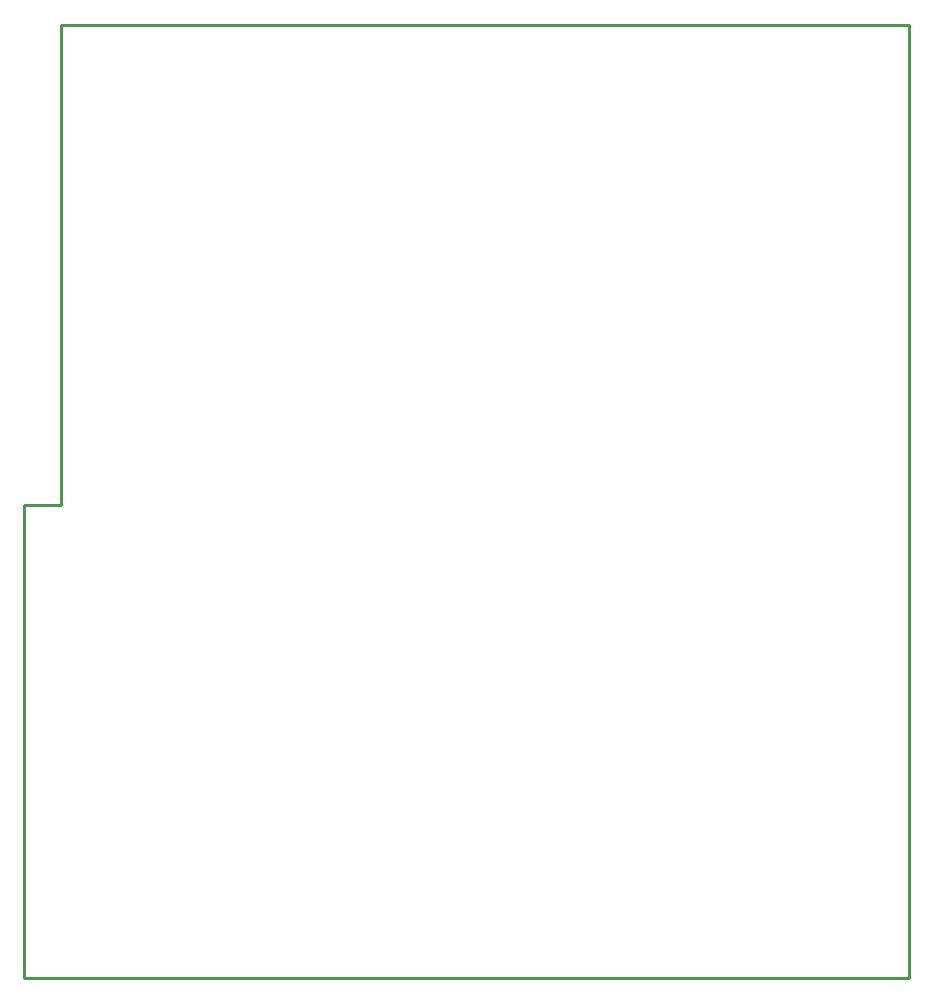
<source format=gbr>
G04 start of page 4 for group 2 idx 2 *
G04 Title: (unknown), outline *
G04 Creator: pcb 1.99z *
G04 CreationDate: Tue 15 Oct 2013 04:12:06 PM GMT UTC *
G04 For: commonadmin *
G04 Format: Gerber/RS-274X *
G04 PCB-Dimensions: 600000 500000 *
G04 PCB-Coordinate-Origin: lower left *
%MOIN*%
%FSLAX25Y25*%
%LNOUTLINE*%
%ADD62C,0.0100*%
G54D62*X3937Y181102D02*X298937D01*
Y498602D01*
X16437D01*
Y338602D01*
X3937D01*
Y181102D01*
M02*

</source>
